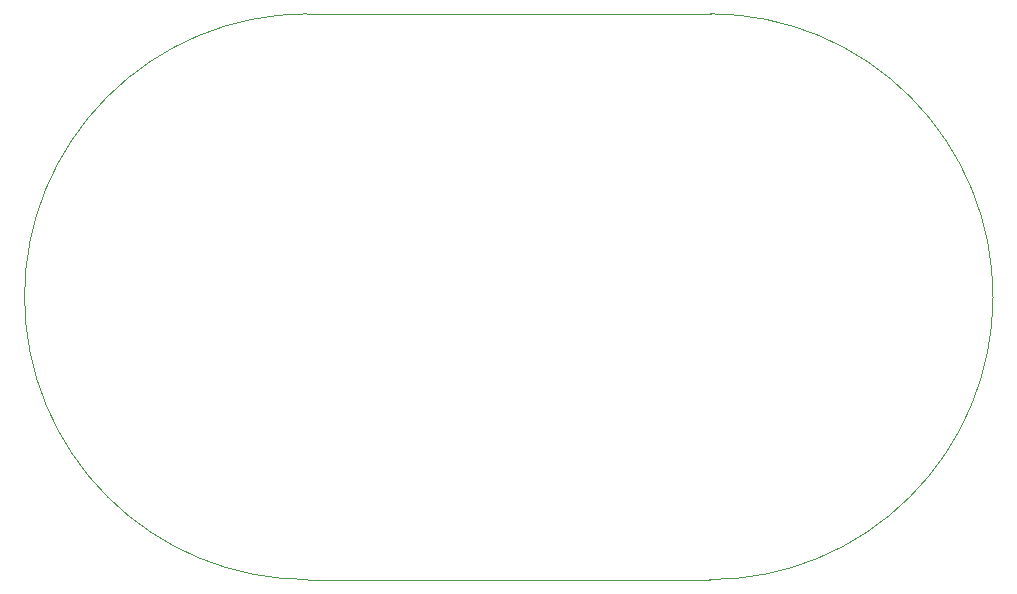
<source format=gbr>
%TF.GenerationSoftware,KiCad,Pcbnew,9.0.0*%
%TF.CreationDate,2025-03-14T14:41:01+01:00*%
%TF.ProjectId,LEDstripDrv2.0,4c454473-7472-4697-9044-7276322e302e,rev?*%
%TF.SameCoordinates,Original*%
%TF.FileFunction,Profile,NP*%
%FSLAX46Y46*%
G04 Gerber Fmt 4.6, Leading zero omitted, Abs format (unit mm)*
G04 Created by KiCad (PCBNEW 9.0.0) date 2025-03-14 14:41:01*
%MOMM*%
%LPD*%
G01*
G04 APERTURE LIST*
%TA.AperFunction,Profile*%
%ADD10C,0.050000*%
%TD*%
G04 APERTURE END LIST*
D10*
X161554995Y-119400000D02*
X127549249Y-119399998D01*
X127549249Y-119399999D02*
G75*
G02*
X127454531Y-71500123I-49311J23949934D01*
G01*
X127455085Y-71500123D02*
X161644692Y-71500122D01*
X161644718Y-71500122D02*
G75*
G02*
X161550000Y-119399990I-45408J-23949938D01*
G01*
M02*

</source>
